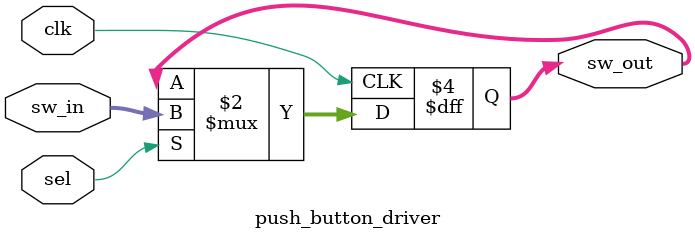
<source format=v>


module push_button_driver(
    input sel,
    input clk,
    input [3:0] sw_in,
    output reg [3:0] sw_out
);



always @ (posedge clk) begin
    
    if(sel) begin

        sw_out <= sw_in;

    end



end

endmodule // push_button_driver
</source>
